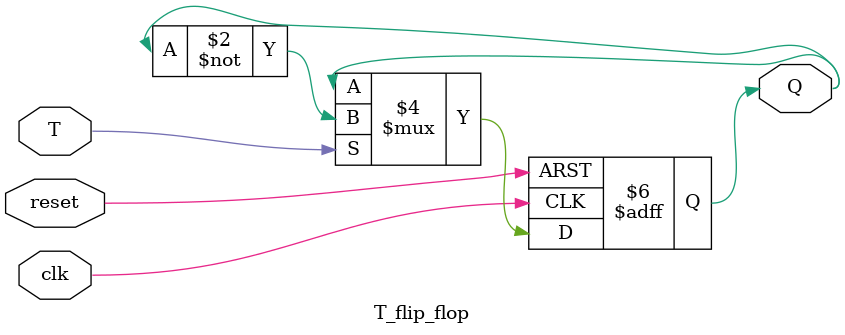
<source format=v>
module T_flip_flop(
    input T,        // Toggle input
    input clk,      // Clock input
    input reset,    // Asynchronous reset
    output reg Q    // Output
);
    always @(posedge clk or posedge reset) begin
        if (reset)
            Q <= 0;           // Reset output to 0
        else if (T)
            Q <= ~Q;          // Toggle output when T = 1
        else
            Q <= Q;           // Hold state when T = 0
    end
endmodule

</source>
